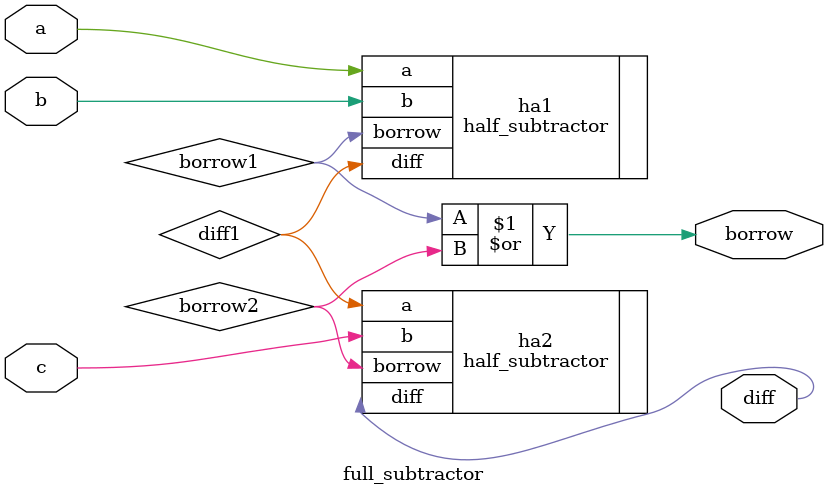
<source format=v>
`include "half_subtractor.v"
module full_subtractor(input a, input b, input c, output diff, output borrow);

wire diff1, borrow1, borrow2;
half_subtractor ha1(.a(a), .b(b), .diff(diff1), .borrow(borrow1));
half_subtractor ha2(.a(diff1), .b(c), .diff(diff), .borrow(borrow2));

assign borrow = borrow1 | borrow2;
endmodule


</source>
